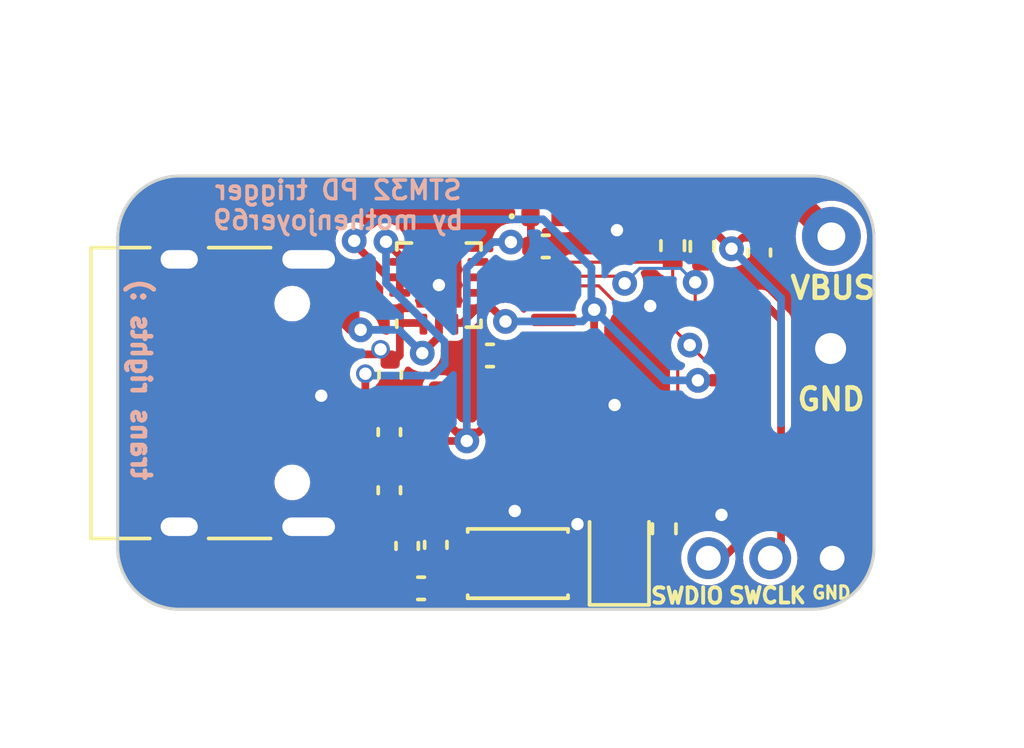
<source format=kicad_pcb>
(kicad_pcb (version 20221018) (generator pcbnew)
  (layers (0 "F.Cu" signal) (31 "B.Cu" signal) (34 "B.Paste" user) (35 "F.Paste" user) (36 "B.SilkS" user "B.Silkscreen") (37 "F.SilkS" user "F.Silkscreen") (38 "B.Mask" user) (39 "F.Mask" user) (44 "Edge.Cuts" user))
  (net 0 "")
  (net 1 "Net-(U2-NRST)")
  (net 2 "GND")
  (net 3 "Net-(D4-K)")
  (net 4 "+3V3")
  (net 5 "/BTN")
  (net 6 "/VBUS")
  (net 7 "Net-(J1-CC1)")
  (net 8 "Net-(J1-CC2)")
  (net 9 "/SWCLK")
  (net 10 "/INTN")
  (net 11 "/SDA")
  (net 12 "/SCL")
  (net 21 "/LED_PWR")
  (net 23 "Net-(D1-A)")
  (net 24 "/SWDIO")
  (footprint "Package_TO_SOT_SMD:SOT-23-5" (layer "F.Cu") (at 126 39.4125 -90)
    (fp_text reference "U3" hide)
    (fp_text value "NCP718" hide)
    (pad "1" smd roundrect (at -1.1375 -0.95 270) (size 1.325 0.6) (layers "F.Cu" "F.Paste" "F.Mask") (net 3 "Net-(D4-K)"))
    (pad "2" smd roundrect (at -1.1375 0 270) (size 1.325 0.6) (layers "F.Cu" "F.Paste" "F.Mask") (net 2 "GND"))
    (pad "3" smd roundrect (at -1.1375 0.95 270) (size 1.325 0.6) (layers "F.Cu" "F.Paste" "F.Mask") (net 3 "Net-(D4-K)"))
    (pad "4" smd roundrect (at 1.1375 0.95 270) (size 1.325 0.6) (layers "F.Cu" "F.Paste" "F.Mask"))
    (pad "5" smd roundrect (at 1.1375 -0.95 270) (size 1.325 0.6) (layers "F.Cu" "F.Paste" "F.Mask") (net 4 "+3V3"))
  )
  (footprint "Resistor_SMD:R_0402_1005Metric" (layer "F.Cu") (at 132.625 33.225 90)
    (fp_text reference "R3" hide)
    (fp_text value "2.2k" hide)
    (fp_line (start -0.153641 -0.38) (end 0.153641 -0.38) (stroke (width 0.12)) (layer "F.SilkS"))
    (fp_line (start -0.153641 0.38) (end 0.153641 0.38) (stroke (width 0.12)) (layer "F.SilkS"))
    (pad "1" smd roundrect (at -0.51 0 90) (size 0.54 0.64) (layers "F.Cu" "F.Paste" "F.Mask") (net 11 "/SDA"))
    (pad "2" smd roundrect (at 0.51 0 90) (size 0.54 0.64) (layers "F.Cu" "F.Paste" "F.Mask") (net 4 "+3V3"))
  )
  (footprint "Diode_SMD:D_0402_1005Metric" (layer "F.Cu") (at 128.5175 32.275)
    (fp_text reference "D4" hide)
    (fp_text value "D" hide)
    (fp_circle (center -1.09 0) (end -1.04 0) (stroke (width 0.1)) (fill none) (layer "F.SilkS"))
    (pad "1" smd roundrect (at -0.485 0) (size 0.59 0.64) (layers "F.Cu" "F.Paste" "F.Mask") (net 3 "Net-(D4-K)"))
    (pad "2" smd roundrect (at 0.485 0) (size 0.59 0.64) (layers "F.Cu" "F.Paste" "F.Mask") (net 6 "/VBUS"))
  )
  (footprint "Package_SO:TSSOP-20_4.4x6.5mm_P0.65mm" (layer "F.Cu") (at 131.65 37.9)
    (fp_text reference "U2" hide)
    (fp_text value "STM32F030F4Px" hide)
    (pad "1" smd roundrect (at -2.8625 -2.925) (size 1.475 0.4) (layers "F.Cu" "F.Paste" "F.Mask") (net 2 "GND"))
    (pad "2" smd roundrect (at -2.8625 -2.275) (size 1.475 0.4) (layers "F.Cu" "F.Paste" "F.Mask"))
    (pad "3" smd roundrect (at -2.8625 -1.625) (size 1.475 0.4) (layers "F.Cu" "F.Paste" "F.Mask"))
    (pad "4" smd roundrect (at -2.8625 -0.975) (size 1.475 0.4) (layers "F.Cu" "F.Paste" "F.Mask") (net 1 "Net-(U2-NRST)"))
    (pad "5" smd roundrect (at -2.8625 -0.325) (size 1.475 0.4) (layers "F.Cu" "F.Paste" "F.Mask") (net 4 "+3V3"))
    (pad "6" smd roundrect (at -2.8625 0.325) (size 1.475 0.4) (layers "F.Cu" "F.Paste" "F.Mask"))
    (pad "7" smd roundrect (at -2.8625 0.975) (size 1.475 0.4) (layers "F.Cu" "F.Paste" "F.Mask"))
    (pad "8" smd roundrect (at -2.8625 1.625) (size 1.475 0.4) (layers "F.Cu" "F.Paste" "F.Mask"))
    (pad "9" smd roundrect (at -2.8625 2.275) (size 1.475 0.4) (layers "F.Cu" "F.Paste" "F.Mask"))
    (pad "10" smd roundrect (at -2.8625 2.925) (size 1.475 0.4) (layers "F.Cu" "F.Paste" "F.Mask") (net 5 "/BTN"))
    (pad "11" smd roundrect (at 2.8625 2.925) (size 1.475 0.4) (layers "F.Cu" "F.Paste" "F.Mask") (net 21 "/LED_PWR"))
    (pad "12" smd roundrect (at 2.8625 2.275) (size 1.475 0.4) (layers "F.Cu" "F.Paste" "F.Mask"))
    (pad "13" smd roundrect (at 2.8625 1.625) (size 1.475 0.4) (layers "F.Cu" "F.Paste" "F.Mask") (net 10 "/INTN"))
    (pad "14" smd roundrect (at 2.8625 0.975) (size 1.475 0.4) (layers "F.Cu" "F.Paste" "F.Mask"))
    (pad "15" smd roundrect (at 2.8625 0.325) (size 1.475 0.4) (layers "F.Cu" "F.Paste" "F.Mask") (net 2 "GND"))
    (pad "16" smd roundrect (at 2.8625 -0.325) (size 1.475 0.4) (layers "F.Cu" "F.Paste" "F.Mask") (net 4 "+3V3"))
    (pad "17" smd roundrect (at 2.8625 -0.975) (size 1.475 0.4) (layers "F.Cu" "F.Paste" "F.Mask") (net 11 "/SDA"))
    (pad "18" smd roundrect (at 2.8625 -1.625) (size 1.475 0.4) (layers "F.Cu" "F.Paste" "F.Mask") (net 12 "/SCL"))
    (pad "19" smd roundrect (at 2.8625 -2.275) (size 1.475 0.4) (layers "F.Cu" "F.Paste" "F.Mask") (net 24 "/SWDIO"))
    (pad "20" smd roundrect (at 2.8625 -2.925) (size 1.475 0.4) (layers "F.Cu" "F.Paste" "F.Mask") (net 9 "/SWCLK"))
  )
  (footprint "Capacitor_SMD:C_0402_1005Metric" (layer "F.Cu") (at 123.5 37.4 -90)
    (fp_text reference "C7" hide)
    (fp_text value "100pF" hide)
    (fp_line (start -0.107836 -0.36) (end 0.107836 -0.36) (stroke (width 0.12)) (layer "F.SilkS"))
    (fp_line (start -0.107836 0.36) (end 0.107836 0.36) (stroke (width 0.12)) (layer "F.SilkS"))
    (pad "1" smd roundrect (at -0.48 0 270) (size 0.56 0.62) (layers "F.Cu" "F.Paste" "F.Mask") (net 7 "Net-(J1-CC1)"))
    (pad "2" smd roundrect (at 0.48 0 270) (size 0.56 0.62) (layers "F.Cu" "F.Paste" "F.Mask") (net 2 "GND"))
  )
  (footprint "Connector_PinHeader_2.54mm:PinHeader_1x01_P2.54mm_Vertical" (layer "F.Cu") (at 137.75 32.925)
    (fp_text reference "J3" hide)
    (fp_text value "VBUS" hide)
    (pad "1" thru_hole circle (at 0 0) (size 1.9 1.9) (drill 0.9) (layers "*.Cu" "*.Mask") (net 6 "/VBUS"))
  )
  (footprint "LED_SMD:LED_0805_2012Metric" (layer "F.Cu") (at 130.9 43.15 90)
    (fp_text reference "D1" hide)
    (fp_text value "LED" hide)
    (fp_line (start -1.685 -0.96) (end -1.685 0.96) (stroke (width 0.12)) (layer "F.SilkS"))
    (fp_line (start -1.685 0.96) (end 1 0.96) (stroke (width 0.12)) (layer "F.SilkS"))
    (fp_line (start 1 -0.96) (end -1.685 -0.96) (stroke (width 0.12)) (layer "F.SilkS"))
    (pad "1" smd roundrect (at -0.9375 0 90) (size 0.975 1.4) (layers "F.Cu" "F.Paste" "F.Mask") (net 2 "GND"))
    (pad "2" smd roundrect (at 0.9375 0 90) (size 0.975 1.4) (layers "F.Cu" "F.Paste" "F.Mask") (net 23 "Net-(D1-A)"))
  )
  (footprint "Resistor_SMD:R_0402_1005Metric" (layer "F.Cu") (at 132.35 42.375 90)
    (fp_text reference "R2" hide)
    (fp_text value "3k" hide)
    (fp_line (start -0.153641 -0.38) (end 0.153641 -0.38) (stroke (width 0.12)) (layer "F.SilkS"))
    (fp_line (start -0.153641 0.38) (end 0.153641 0.38) (stroke (width 0.12)) (layer "F.SilkS"))
    (pad "1" smd roundrect (at -0.51 0 90) (size 0.54 0.64) (layers "F.Cu" "F.Paste" "F.Mask") (net 23 "Net-(D1-A)"))
    (pad "2" smd roundrect (at 0.51 0 90) (size 0.54 0.64) (layers "F.Cu" "F.Paste" "F.Mask") (net 21 "/LED_PWR"))
  )
  (footprint "Connector_PinHeader_2.54mm:PinHeader_1x01_P2.54mm_Vertical" (layer "F.Cu") (at 137.725 36.55)
    (fp_text reference "J4" hide)
    (fp_text value "GND" hide)
    (pad "1" thru_hole rect (at 0 0) (size 1.7 1.7) (drill 1) (layers "*.Cu" "*.Mask") (net 2 "GND"))
  )
  (footprint "Package_DFN_QFN:WQFN-14-1EP_2.5x2.5mm_P0.5mm_EP1.45x1.45mm" (layer "F.Cu") (at 125.075 34.5 90)
    (fp_text reference "U1" hide)
    (fp_text value "FUSB302B01MPX" hide)
    (fp_line (start -1.36 1.36) (end -1.36 0.885) (stroke (width 0.12)) (layer "F.SilkS"))
    (fp_line (start -1.135 -1.36) (end -1.36 -1.36) (stroke (width 0.12)) (layer "F.SilkS"))
    (fp_line (start -1.135 1.36) (end -1.36 1.36) (stroke (width 0.12)) (layer "F.SilkS"))
    (fp_line (start 1.135 -1.36) (end 1.36 -1.36) (stroke (width 0.12)) (layer "F.SilkS"))
    (fp_line (start 1.135 1.36) (end 1.36 1.36) (stroke (width 0.12)) (layer "F.SilkS"))
    (fp_line (start 1.36 -1.36) (end 1.36 -0.885) (stroke (width 0.12)) (layer "F.SilkS"))
    (fp_line (start 1.36 1.36) (end 1.36 0.885) (stroke (width 0.12)) (layer "F.SilkS"))
    (pad "1" smd roundrect (at -1.2625 -0.5 90) (size 0.675 0.25) (layers "F.Cu" "F.Paste" "F.Mask") (net 7 "Net-(J1-CC1)"))
    (pad "2" smd roundrect (at -1.2625 0 90) (size 0.675 0.25) (layers "F.Cu" "F.Paste" "F.Mask") (net 6 "/VBUS"))
    (pad "3" smd roundrect (at -1.2625 0.5 90) (size 0.675 0.25) (layers "F.Cu" "F.Paste" "F.Mask") (net 4 "+3V3"))
    (pad "4" smd roundrect (at -0.75 1.2625 90) (size 0.25 0.675) (layers "F.Cu" "F.Paste" "F.Mask") (net 4 "+3V3"))
    (pad "5" smd roundrect (at -0.25 1.2625 90) (size 0.25 0.675) (layers "F.Cu" "F.Paste" "F.Mask") (net 10 "/INTN"))
    (pad "6" smd roundrect (at 0.25 1.2625 90) (size 0.25 0.675) (layers "F.Cu" "F.Paste" "F.Mask") (net 12 "/SCL"))
    (pad "7" smd roundrect (at 0.75 1.2625 90) (size 0.25 0.675) (layers "F.Cu" "F.Paste" "F.Mask") (net 11 "/SDA"))
    (pad "8" smd roundrect (at 1.2625 0.5 90) (size 0.675 0.25) (layers "F.Cu" "F.Paste" "F.Mask") (net 2 "GND"))
    (pad "9" smd roundrect (at 1.2625 0 90) (size 0.675 0.25) (layers "F.Cu" "F.Paste" "F.Mask") (net 2 "GND"))
    (pad "10" smd roundrect (at 1.2625 -0.5 90) (size 0.675 0.25) (layers "F.Cu" "F.Paste" "F.Mask") (net 8 "Net-(J1-CC2)"))
    (pad "11" smd roundrect (at 0.75 -1.2625 90) (size 0.25 0.675) (layers "F.Cu" "F.Paste" "F.Mask") (net 8 "Net-(J1-CC2)"))
    (pad "12" smd roundrect (at 0.25 -1.2625 90) (size 0.25 0.675) (layers "F.Cu" "F.Paste" "F.Mask") (net 4 "+3V3"))
    (pad "13" smd roundrect (at -0.25 -1.2625 90) (size 0.25 0.675) (layers "F.Cu" "F.Paste" "F.Mask") (net 4 "+3V3"))
    (pad "14" smd roundrect (at -0.75 -1.2625 90) (size 0.25 0.675) (layers "F.Cu" "F.Paste" "F.Mask") (net 7 "Net-(J1-CC1)"))
    (pad "15" smd rect (at 0 0 90) (size 1.45 1.45) (layers "F.Cu" "F.Mask") (net 2 "GND"))
  )
  (footprint "Capacitor_SMD:C_0402_1005Metric" (layer "F.Cu") (at 135.425 33.45 90)
    (fp_text reference "C10" hide)
    (fp_text value "100nF" hide)
    (fp_line (start -0.107836 -0.36) (end 0.107836 -0.36) (stroke (width 0.12)) (layer "F.SilkS"))
    (fp_line (start -0.107836 0.36) (end 0.107836 0.36) (stroke (width 0.12)) (layer "F.SilkS"))
    (pad "1" smd roundrect (at -0.48 0 90) (size 0.56 0.62) (layers "F.Cu" "F.Paste" "F.Mask") (net 2 "GND"))
    (pad "2" smd roundrect (at 0.48 0 90) (size 0.56 0.62) (layers "F.Cu" "F.Paste" "F.Mask") (net 4 "+3V3"))
  )
  (footprint "Connector_PinHeader_2.00mm:PinHeader_1x03_P2.00mm_Vertical" (layer "F.Cu") (at 137.775 43.325 -90)
    (fp_text reference "J2" hide)
    (fp_text value "Conn_01x02_Socket" hide)
    (pad "1" thru_hole rect (at 0 0 270) (size 1.35 1.35) (drill 0.8) (layers "*.Cu" "*.Mask") (net 2 "GND"))
    (pad "2" thru_hole oval (at 0 2 270) (size 1.35 1.35) (drill 0.8) (layers "*.Cu" "*.Mask") (net 9 "/SWCLK"))
    (pad "3" thru_hole oval (at 0 4 270) (size 1.35 1.35) (drill 0.8) (layers "*.Cu" "*.Mask") (net 24 "/SWDIO"))
  )
  (footprint "Button_Switch_SMD:SW_SPST_CK_KXT3" (layer "F.Cu") (at 127.625 43.5 180)
    (fp_text reference "SW1" hide)
    (fp_text value "SW_Push" hide)
    (fp_line (start -1.62 -1.12) (end -1.62 -1.02) (stroke (width 0.12)) (layer "F.SilkS"))
    (fp_line (start -1.62 -1.12) (end 1.62 -1.12) (stroke (width 0.12)) (layer "F.SilkS"))
    (fp_line (start -1.62 1.02) (end -1.62 1.12) (stroke (width 0.12)) (layer "F.SilkS"))
    (fp_line (start -1.62 1.12) (end 1.62 1.12) (stroke (width 0.12)) (layer "F.SilkS"))
    (fp_line (start 1.62 -1.12) (end 1.62 -1.02) (stroke (width 0.12)) (layer "F.SilkS"))
    (fp_line (start 1.62 1.02) (end 1.62 1.12) (stroke (width 0.12)) (layer "F.SilkS"))
    (pad "1" smd rect (at -1.625 0 180) (size 0.55 1.5) (layers "F.Cu" "F.Paste" "F.Mask") (net 2 "GND"))
    (pad "2" smd rect (at 1.625 0 180) (size 0.55 1.5) (layers "F.Cu" "F.Paste" "F.Mask") (net 5 "/BTN"))
  )
  (footprint "Capacitor_SMD:C_0402_1005Metric" (layer "F.Cu") (at 123.475 39.25 90)
    (fp_text reference "C8" hide)
    (fp_text value "100pF" hide)
    (fp_line (start -0.107836 -0.36) (end 0.107836 -0.36) (stroke (width 0.12)) (layer "F.SilkS"))
    (fp_line (start -0.107836 0.36) (end 0.107836 0.36) (stroke (width 0.12)) (layer "F.SilkS"))
    (pad "1" smd roundrect (at -0.48 0 90) (size 0.56 0.62) (layers "F.Cu" "F.Paste" "F.Mask") (net 8 "Net-(J1-CC2)"))
    (pad "2" smd roundrect (at 0.48 0 90) (size 0.56 0.62) (layers "F.Cu" "F.Paste" "F.Mask") (net 2 "GND"))
  )
  (footprint "Connector_USB:USB_C_Receptacle_HRO_TYPE-C-31-M-12" (layer "F.Cu") (at 117.738028 37.988862 -90)
    (fp_text reference "J1" hide)
    (fp_text value "USB_C_Receptacle_USB2.0" hide)
    (fp_line (start -4.7 -1.9) (end -4.7 0.1) (stroke (width 0.12)) (layer "F.SilkS"))
    (fp_line (start -4.7 2) (end -4.7 3.9) (stroke (width 0.12)) (layer "F.SilkS"))
    (fp_line (start -4.7 3.9) (end 4.7 3.9) (stroke (width 0.12)) (layer "F.SilkS"))
    (fp_line (start 4.7 -1.9) (end 4.7 0.1) (stroke (width 0.12)) (layer "F.SilkS"))
    (fp_line (start 4.7 2) (end 4.7 3.9) (stroke (width 0.12)) (layer "F.SilkS"))
    (pad "" np_thru_hole circle (at -2.89 -2.6 270) (size 0.65 0.65) (drill 0.65) (layers "*.Cu" "*.Mask"))
    (pad "" np_thru_hole circle (at 2.89 -2.6 270) (size 0.65 0.65) (drill 0.65) (layers "*.Cu" "*.Mask"))
    (pad "A1" smd rect (at -3.25 -4.045 270) (size 0.6 1.45) (layers "F.Cu" "F.Paste" "F.Mask") (net 2 "GND"))
    (pad "A4" smd rect (at -2.45 -4.045 90) (size 0.6 1.45) (layers "F.Cu" "F.Paste" "F.Mask") (net 6 "/VBUS"))
    (pad "A5" smd rect (at -1.25 -4.045 270) (size 0.3 1.45) (layers "F.Cu" "F.Paste" "F.Mask") (net 7 "Net-(J1-CC1)"))
    (pad "A9" smd rect (at 2.45 -4.045 270) (size 0.6 1.45) (layers "F.Cu" "F.Paste" "F.Mask") (net 6 "/VBUS"))
    (pad "A12" smd rect (at 3.25 -4.045 270) (size 0.6 1.45) (layers "F.Cu" "F.Paste" "F.Mask") (net 2 "GND"))
    (pad "B1" smd rect (at 3.25 -4.045 270) (size 0.6 1.45) (layers "F.Cu" "F.Paste" "F.Mask") (net 2 "GND"))
    (pad "B4" smd rect (at 2.45 -4.045 270) (size 0.6 1.45) (layers "F.Cu" "F.Paste" "F.Mask") (net 6 "/VBUS"))
    (pad "B5" smd rect (at 1.75 -4.045 270) (size 0.3 1.45) (layers "F.Cu" "F.Paste" "F.Mask") (net 8 "Net-(J1-CC2)"))
    (pad "B9" smd rect (at -2.45 -4.045 270) (size 0.6 1.45) (layers "F.Cu" "F.Paste" "F.Mask") (net 6 "/VBUS"))
    (pad "B12" smd rect (at -3.25 -4.045 270) (size 0.6 1.45) (layers "F.Cu" "F.Paste" "F.Mask") (net 2 "GND"))
    (pad "S1" thru_hole oval (at -4.32 -3.13 270) (size 1 2.1) (drill oval 0.6 1.7) (layers "*.Cu" "*.Mask") (net 2 "GND"))
    (pad "S1" thru_hole oval (at -4.32 1.05 270) (size 1 1.6) (drill oval 0.6 1.2) (layers "*.Cu" "*.Mask") (net 2 "GND"))
    (pad "S1" thru_hole oval (at 4.32 -3.13 270) (size 1 2.1) (drill oval 0.6 1.7) (layers "*.Cu" "*.Mask") (net 2 "GND"))
    (pad "S1" thru_hole oval (at 4.32 1.05 270) (size 1 1.6) (drill oval 0.6 1.2) (layers "*.Cu" "*.Mask") (net 2 "GND"))
  )
  (footprint "Capacitor_SMD:C_0402_1005Metric" (layer "F.Cu") (at 126.725 36.775 180)
    (fp_text reference "C1" hide)
    (fp_text value "100nF" hide)
    (fp_line (start -0.107836 -0.36) (end 0.107836 -0.36) (stroke (width 0.12)) (layer "F.SilkS"))
    (fp_line (start -0.107836 0.36) (end 0.107836 0.36) (stroke (width 0.12)) (layer "F.SilkS"))
    (pad "1" smd roundrect (at -0.48 0 180) (size 0.56 0.62) (layers "F.Cu" "F.Paste" "F.Mask") (net 1 "Net-(U2-NRST)"))
    (pad "2" smd roundrect (at 0.48 0 180) (size 0.56 0.62) (layers "F.Cu" "F.Paste" "F.Mask") (net 2 "GND"))
  )
  (footprint "Capacitor_SMD:C_0402_1005Metric" (layer "F.Cu") (at 124.05 42.93 -90)
    (fp_text reference "C5" hide)
    (fp_text value "1uF" hide)
    (fp_line (start -0.107836 -0.36) (end 0.107836 -0.36) (stroke (width 0.12)) (layer "F.SilkS"))
    (fp_line (start -0.107836 0.36) (end 0.107836 0.36) (stroke (width 0.12)) (layer "F.SilkS"))
    (pad "1" smd roundrect (at -0.48 0 270) (size 0.56 0.62) (layers "F.Cu" "F.Paste" "F.Mask") (net 4 "+3V3"))
    (pad "2" smd roundrect (at 0.48 0 270) (size 0.56 0.62) (layers "F.Cu" "F.Paste" "F.Mask") (net 2 "GND"))
  )
  (footprint "Capacitor_SMD:C_0402_1005Metric" (layer "F.Cu") (at 124.5 44.3 180)
    (fp_text reference "C6" hide)
    (fp_text value "100nF" hide)
    (fp_line (start -0.107836 -0.36) (end 0.107836 -0.36) (stroke (width 0.12)) (layer "F.SilkS"))
    (fp_line (start -0.107836 0.36) (end 0.107836 0.36) (stroke (width 0.12)) (layer "F.SilkS"))
    (pad "1" smd roundrect (at -0.48 0 180) (size 0.56 0.62) (layers "F.Cu" "F.Paste" "F.Mask") (net 5 "/BTN"))
    (pad "2" smd roundrect (at 0.48 0 180) (size 0.56 0.62) (layers "F.Cu" "F.Paste" "F.Mask") (net 2 "GND"))
  )
  (footprint "Capacitor_SMD:C_0402_1005Metric" (layer "F.Cu") (at 128.525 33.25)
    (fp_text reference "C2" hide)
    (fp_text value "1uF" hide)
    (fp_line (start -0.107836 -0.36) (end 0.107836 -0.36) (stroke (width 0.12)) (layer "F.SilkS"))
    (fp_line (start -0.107836 0.36) (end 0.107836 0.36) (stroke (width 0.12)) (layer "F.SilkS"))
    (pad "1" smd roundrect (at -0.48 0) (size 0.56 0.62) (layers "F.Cu" "F.Paste" "F.Mask") (net 3 "Net-(D4-K)"))
    (pad "2" smd roundrect (at 0.48 0) (size 0.56 0.62) (layers "F.Cu" "F.Paste" "F.Mask") (net 2 "GND"))
  )
  (footprint "Capacitor_SMD:C_0402_1005Metric" (layer "F.Cu") (at 123.475 41.13 -90)
    (fp_text reference "C3" hide)
    (fp_text value "470nF" hide)
    (fp_line (start -0.107836 -0.36) (end 0.107836 -0.36) (stroke (width 0.12)) (layer "F.SilkS"))
    (fp_line (start -0.107836 0.36) (end 0.107836 0.36) (stroke (width 0.12)) (layer "F.SilkS"))
    (pad "1" smd roundrect (at -0.48 0 270) (size 0.56 0.62) (layers "F.Cu" "F.Paste" "F.Mask") (net 3 "Net-(D4-K)"))
    (pad "2" smd roundrect (at 0.48 0 270) (size 0.56 0.62) (layers "F.Cu" "F.Paste" "F.Mask") (net 2 "GND"))
  )
  (footprint "Resistor_SMD:R_0402_1005Metric" (layer "F.Cu") (at 133.575 33.25 90)
    (fp_text reference "R1" hide)
    (fp_text value "2.2k" hide)
    (fp_line (start -0.153641 -0.38) (end 0.153641 -0.38) (stroke (width 0.12)) (layer "F.SilkS"))
    (fp_line (start -0.153641 0.38) (end 0.153641 0.38) (stroke (width 0.12)) (layer "F.SilkS"))
    (pad "1" smd roundrect (at -0.51 0 90) (size 0.54 0.64) (layers "F.Cu" "F.Paste" "F.Mask") (net 12 "/SCL"))
    (pad "2" smd roundrect (at 0.51 0 90) (size 0.54 0.64) (layers "F.Cu" "F.Paste" "F.Mask") (net 4 "+3V3"))
  )
  (footprint "Capacitor_SMD:C_0402_1005Metric" (layer "F.Cu") (at 124.975 42.895 -90)
    (fp_text reference "C9" hide)
    (fp_text value "100nF" hide)
    (fp_line (start -0.107836 -0.36) (end 0.107836 -0.36) (stroke (width 0.12)) (layer "F.SilkS"))
    (fp_line (start -0.107836 0.36) (end 0.107836 0.36) (stroke (width 0.12)) (layer "F.SilkS"))
    (pad "1" smd roundrect (at -0.48 0 270) (size 0.56 0.62) (layers "F.Cu" "F.Paste" "F.Mask") (net 4 "+3V3"))
    (pad "2" smd roundrect (at 0.48 0 270) (size 0.56 0.62) (layers "F.Cu" "F.Paste" "F.Mask") (net 2 "GND"))
  )
  (gr_line (start 116.7 30.975) (end 137.125 30.975) (stroke (width 0.1)) (layer "Edge.Cuts"))
  (gr_line (start 114.7 42.975) (end 114.7 32.975) (stroke (width 0.1)) (layer "Edge.Cuts"))
  (gr_line (start 139.125 32.975) (end 139.125 42.975) (stroke (width 0.1)) (layer "Edge.Cuts"))
  (gr_line (start 137.125 44.975) (end 116.7 44.975) (stroke (width 0.1)) (layer "Edge.Cuts"))
  (gr_arc (start 116.7 44.975) (mid 115.285786 44.389214) (end 114.7 42.975) (stroke (width 0.1)) (layer "Edge.Cuts"))
  (gr_arc (start 137.125 30.975) (mid 138.539214 31.560786) (end 139.125 32.975) (stroke (width 0.1)) (layer "Edge.Cuts"))
  (gr_arc (start 114.7 32.975) (mid 115.285786 31.560786) (end 116.7 30.975) (stroke (width 0.1)) (layer "Edge.Cuts"))
  (gr_arc (start 139.125 42.975) (mid 138.539214 44.389214) (end 137.125 44.975) (stroke (width 0.1)) (layer "Edge.Cuts"))
  (gr_text "STM32 PD trigger\nby mothenjoyer69" (at 121.825 32.75) (layer "B.SilkS") (effects (font (size 0.6 0.6) (thickness 0.12) bold) (justify bottom mirror)))
  (gr_text "trans rights :)" (at 115.1 40.88 -90) (layer "B.SilkS") (effects (font (size 0.6 0.6)) (justify left bottom mirror)))
  (gr_text "VBUS" (at 136.35 35) (layer "F.SilkS") (effects (font (size 0.7 0.7)) (justify left bottom)))
  (gr_text "GND" (at 136.575 38.6) (layer "F.SilkS") (effects (font (size 0.7 0.7)) (justify left bottom)))
  (gr_text "SWDIO" (at 131.86 44.835) (layer "F.SilkS") (effects (font (size 0.5 0.5) (thickness 0.125)) (justify left bottom)))
  (gr_text "GND" (at 137.075 44.675) (layer "F.SilkS") (effects (font (size 0.4 0.4) (thickness 0.1)) (justify left bottom)))
  (gr_text "SWCLK" (at 134.375 44.825) (layer "F.SilkS") (effects (font (size 0.5 0.5) (thickness 0.125)) (justify left bottom)))
  (segment (start 128.6375 36.775) (end 128.7875 36.925) (width 0.1) (layer "F.Cu") (net 1))
  (segment (start 127.205 36.775) (end 128.6375 36.775) (width 0.1) (layer "F.Cu") (net 1))
  (segment (start 125.575 34) (end 125.075 34.5) (width 0.25) (layer "F.Cu") (net 2))
  (segment (start 120.868028 42.308862) (end 120.868028 42.153862) (width 0.25) (layer "F.Cu") (net 2))
  (segment (start 126.159251 38.7) (end 125.890749 38.7) (width 0.25) (layer "F.Cu") (net 2))
  (segment (start 126.087 38.7) (end 126.025 38.762) (width 0.25) (layer "F.Cu") (net 2))
  (segment (start 126.159251 38.7) (end 126.087 38.7) (width 0.25) (layer "F.Cu") (net 2))
  (segment (start 120.868028 42.153862) (end 121.783028 41.238862) (width 0.25) (layer "F.Cu") (net 2))
  (via (at 131.9 35.175) (size 0.8) (drill 0.4) (layers "F.Cu" "B.Cu") (net 2))
  (via (at 134.2 41.925) (size 0.8) (drill 0.4) (layers "F.Cu" "B.Cu") (net 2))
  (via (at 121.275 38.075) (size 0.8) (drill 0.4) (layers "F.Cu" "B.Cu") (net 2))
  (via (at 129.55 42.225) (size 0.8) (drill 0.4) (layers "F.Cu" "B.Cu") (net 2))
  (via (at 127.525 41.8) (size 0.8) (drill 0.4) (layers "F.Cu" "B.Cu") (net 2))
  (via (at 130.825 32.725) (size 0.8) (drill 0.4) (layers "F.Cu" "B.Cu") (net 2))
  (via (at 130.75 38.375) (size 0.8) (drill 0.4) (layers "F.Cu" "B.Cu") (net 2))
  (via (at 125.075 34.5) (size 0.8) (drill 0.4) (layers "F.Cu" "B.Cu") (net 2))
  (segment (start 127.525 41.8) (end 129.125 41.8) (width 0.25) (layer "B.Cu") (net 2))
  (segment (start 129.125 41.8) (end 129.55 42.225) (width 0.25) (layer "B.Cu") (net 2))
  (segment (start 123.615749 40.65) (end 124.728749 39.537) (width 0.25) (layer "F.Cu") (net 3))
  (segment (start 128.045 33.25) (end 128.045 32.2875) (width 0.25) (layer "F.Cu") (net 3))
  (segment (start 125.975 39.2625) (end 125.975 39.537) (width 0.25) (layer "F.Cu") (net 3))
  (segment (start 128.045 32.2875) (end 128.0325 32.275) (width 0.25) (layer "F.Cu") (net 3))
  (segment (start 126.95 38.275) (end 126.95 38.659251) (width 0.25) (layer "F.Cu") (net 3))
  (segment (start 123.475 40.65) (end 123.615749 40.65) (width 0.25) (layer "F.Cu") (net 3))
  (segment (start 125.653249 39.2625) (end 125.05 38.659251) (width 0.25) (layer "F.Cu") (net 3))
  (segment (start 125.05 38.659251) (end 125.05 38.275) (width 0.25) (layer "F.Cu") (net 3))
  (segment (start 124.728749 39.537) (end 125.975 39.537) (width 0.25) (layer "F.Cu") (net 3))
  (segment (start 126.95 38.659251) (end 126.346751 39.2625) (width 0.25) (layer "F.Cu") (net 3))
  (segment (start 127.4 33.11) (end 127.905 33.11) (width 0.25) (layer "F.Cu") (net 3))
  (segment (start 126.346751 39.2625) (end 125.975 39.2625) (width 0.25) (layer "F.Cu") (net 3))
  (segment (start 125.975 39.2625) (end 125.653249 39.2625) (width 0.25) (layer "F.Cu") (net 3))
  (segment (start 127.905 33.11) (end 128.045 33.25) (width 0.25) (layer "F.Cu") (net 3))
  (via (at 125.975 39.537) (size 0.8) (drill 0.4) (layers "F.Cu" "B.Cu") (net 3))
  (via (at 127.4 33.11) (size 0.8) (drill 0.4) (layers "F.Cu" "B.Cu") (net 3))
  (segment (start 126.8155 33.1095) (end 127.3995 33.1095) (width 0.25) (layer "B.Cu") (net 3))
  (segment (start 126.8155 33.1095) (end 125.975 33.95) (width 0.25) (layer "B.Cu") (net 3))
  (segment (start 127.3995 33.1095) (end 127.4 33.11) (width 0.25) (layer "B.Cu") (net 3))
  (segment (start 125.975 33.95) (end 125.975 39.537) (width 0.25) (layer "B.Cu") (net 3))
  (segment (start 133.575 32.74) (end 133.94 32.74) (width 0.25) (layer "F.Cu") (net 4))
  (segment (start 122.339539 33.069096) (end 122.339539 33.162547) (width 0.25) (layer "F.Cu") (net 4))
  (segment (start 122.339539 33.162547) (end 123.426992 34.25) (width 0.25) (layer "F.Cu") (net 4))
  (segment (start 125.575 35.725) (end 125.825 35.725) (width 0.25) (layer "F.Cu") (net 4))
  (segment (start 133.55 32.715) (end 133.575 32.74) (width 0.25) (layer "F.Cu") (net 4))
  (segment (start 129.476041 37.575) (end 130.088646 36.962395) (width 0.25) (layer "F.Cu") (net 4))
  (segment (start 133.94 32.74) (end 134.525 33.325) (width 0.25) (layer "F.Cu") (net 4))
  (segment (start 128.098959 37.575) (end 128.7875 37.575) (width 0.25) (layer "F.Cu") (net 4))
  (segment (start 126.3375 35.25) (end 126.8 35.25) (width 0.25) (layer "F.Cu") (net 4))
  (segment (start 127.6 39.9) (end 127.6 38.038604) (width 0.3) (layer "F.Cu") (net 4))
  (segment (start 132.625 32.715) (end 133.55 32.715) (width 0.25) (layer "F.Cu") (net 4))
  (segment (start 127.575 39.925) (end 126.95 40.55) (width 0.25) (layer "F.Cu") (net 4))
  (segment (start 127.6 38.038604) (end 128.063604 37.575) (width 0.3) (layer "F.Cu") (net 4))
  (segment (start 124.007391 42.475) (end 125.025 42.475) (width 0.25) (layer "F.Cu") (net 4))
  (segment (start 134.525 33.325) (end 134.88 32.97) (width 0.25) (layer "F.Cu") (net 4))
  (segment (start 133.43843 37.579083) (end 133.442513 37.575) (width 0.25) (layer "F.Cu") (net 4))
  (segment (start 130.088646 36.962395) (end 130.088646 35.296076) (width 0.25) (layer "F.Cu") (net 4))
  (segment (start 134.88 32.97) (end 135.425 32.97) (width 0.25) (layer "F.Cu") (net 4))
  (segment (start 125.825 35.725) (end 126.3375 35.2125) (width 0.25) (layer "F.Cu") (net 4))
  (segment (start 123.426992 34.25) (end 123.8125 34.25) (width 0.25) (layer "F.Cu") (net 4))
  (segment (start 126.95 40.55) (end 127.6 39.9) (width 0.3) (layer "F.Cu") (net 4))
  (segment (start 128.205025 37.575) (end 128.7875 37.575) (width 0.1) (layer "F.Cu") (net 4))
  (segment (start 126.8 35.25) (end 127.225 35.675) (width 0.25) (layer "F.Cu") (net 4))
  (segment (start 125.025 42.475) (end 126.95 40.55) (width 0.25) (layer "F.Cu") (net 4))
  (segment (start 130.088646 35.296076) (end 130.088646 35.338951) (width 0.25) (layer "F.Cu") (net 4))
  (segment (start 133.442513 37.575) (end 134.5125 37.575) (width 0.25) (layer "F.Cu") (net 4))
  (segment (start 128.7875 37.575) (end 129.476041 37.575) (width 0.25) (layer "F.Cu") (net 4))
  (segment (start 123.8125 34.2125) (end 123.533058 34.2125) (width 0.1) (layer "F.Cu") (net 4))
  (segment (start 123.8125 34.75) (end 123.8125 34.25) (width 0.25) (layer "F.Cu") (net 4))
  (segment (start 128.063604 37.575) (end 128.7875 37.575) (width 0.3) (layer "F.Cu") (net 4))
  (via (at 134.525 33.325) (size 0.8) (drill 0.4) (layers "F.Cu" "B.Cu") (net 4))
  (via (at 122.339539 33.069096) (size 0.8) (drill 0.4) (layers "F.Cu" "B.Cu") (net 4))
  (via (at 133.43843 37.579083) (size 0.8) (drill 0.4) (layers "F.Cu" "B.Cu") (net 4))
  (via (at 130.088646 35.296076) (size 0.8) (drill 0.4) (layers "F.Cu" "B.Cu") (net 4))
  (via (at 127.225 35.675) (size 0.8) (drill 0.4) (layers "F.Cu" "B.Cu") (net 4))
  (segment (start 123.033635 32.375) (end 128.441116 32.375) (width 0.25) (layer "B.Cu") (net 4))
  (segment (start 122.339539 33.069096) (end 123.033635 32.375) (width 0.25) (layer "B.Cu") (net 4))
  (segment (start 128.441116 32.375) (end 130 33.933884) (width 0.25) (layer "B.Cu") (net 4))
  (segment (start 136.125 38.975) (end 136.125 34.925) (width 0.25) (layer "B.Cu") (net 4))
  (segment (start 130 35.20743) (end 130.088646 35.296076) (width 0.25) (layer "B.Cu") (net 4))
  (segment (start 132.371653 37.579083) (end 130.088646 35.296076) (width 0.25) (layer "B.Cu") (net 4))
  (segment (start 127.225 35.675) (end 129.709722 35.675) (width 0.25) (layer "B.Cu") (net 4))
  (segment (start 136.125 34.925) (end 134.525 33.325) (width 0.25) (layer "B.Cu") (net 4))
  (segment (start 129.709722 35.675) (end 130.088646 35.296076) (width 0.25) (layer "B.Cu") (net 4))
  (segment (start 133.43843 37.579083) (end 132.371653 37.579083) (width 0.25) (layer "B.Cu") (net 4))
  (segment (start 130 33.933884) (end 130 35.20743) (width 0.25) (layer "B.Cu") (net 4))
  (segment (start 127.8 43.5) (end 126 43.5) (width 0.25) (layer "F.Cu") (net 5))
  (segment (start 128.65 42.65) (end 127.8 43.5) (width 0.25) (layer "F.Cu") (net 5))
  (segment (start 128.65 40.9625) (end 128.65 42.65) (width 0.25) (layer "F.Cu") (net 5))
  (segment (start 125.87 43.37) (end 126 43.5) (width 0.25) (layer "F.Cu") (net 5))
  (segment (start 128.7875 40.825) (end 128.65 40.9625) (width 0.25) (layer "F.Cu") (net 5))
  (segment (start 126 43.5) (end 125.2 44.3) (width 0.25) (layer "F.Cu") (net 5))
  (segment (start 125.2 44.3) (end 124.98 44.3) (width 0.25) (layer "F.Cu") (net 5))
  (segment (start 119.123862 36.073862) (end 119.98305 36.073862) (width 0.8) (layer "F.Cu") (net 6))
  (segment (start 136.25 31.425) (end 137.75 32.925) (width 0.8) (layer "F.Cu") (net 6))
  (segment (start 125.075 36.161218) (end 125.075 35.7625) (width 0.25) (layer "F.Cu") (net 6))
  (segment (start 129.0025 31.5025) (end 128.925 31.425) (width 0.25) (layer "F.Cu") (net 6))
  (segment (start 119.025 35.975) (end 119.025 33.406255) (width 0.8) (layer "F.Cu") (net 6))
  (segment (start 121.783028 35.538862) (end 121.783028 35.541972) (width 0.4) (layer "F.Cu") (net 6))
  (segment (start 120 39.444818) (end 120.994044 40.438862) (width 0.4) (layer "F.Cu") (net 6))
  (segment (start 120.994044 40.438862) (end 121.783028 40.438862) (width 0.4) (layer "F.Cu") (net 6))
  (segment (start 121.248028 36.073862) (end 119.98305 36.073862) (width 0.8) (layer "F.Cu") (net 6))
  (segment (start 120 39.444818) (end 120.458028 39.902846) (width 0.8) (layer "F.Cu") (net 6))
  (segment (start 122.190536 35.94637) (end 121.783028 35.538862) (width 0.25) (layer "F.Cu") (net 6))
  (segment (start 129.0025 32.275) (end 129.0025 31.5025) (width 0.25) (layer "F.Cu") (net 6))
  (segment (start 124.537 36.699218) (end 125.075 36.161218) (width 0.25) (layer "F.Cu") (net 6))
  (segment (start 119.025 35.975) (end 119.025 38.469818) (width 0.8) (layer "F.Cu") (net 6))
  (segment (start 122.547605 35.94637) (end 122.190536 35.94637) (width 0.25) (layer "F.Cu") (net 6))
  (segment (start 121.006255 31.425) (end 128.925 31.425) (width 0.8) (layer "F.Cu") (net 6))
  (segment (start 121.783028 35.538862) (end 121.248028 36.073862) (width 0.5) (layer "F.Cu") (net 6))
  (segment (start 119.025 35.975) (end 119.123862 36.073862) (width 0.8) (layer "F.Cu") (net 6))
  (segment (start 128.925 31.425) (end 136.25 31.425) (width 0.8) (layer "F.Cu") (net 6))
  (segment (start 119.025 33.406255) (end 121.006255 31.425) (width 0.8) (layer "F.Cu") (net 6))
  (segment (start 121.436138 35.538862) (end 121.783028 35.538862) (width 0.4) (layer "F.Cu") (net 6))
  (segment (start 119.025 38.469818) (end 120 39.444818) (width 0.8) (layer "F.Cu") (net 6))
  (via (at 122.547605 35.94637) (size 0.8) (drill 0.4) (layers "F.Cu" "B.Cu") (net 6))
  (via (at 124.537 36.699218) (size 0.8) (drill 0.4) (layers "F.Cu" "B.Cu") (net 6))
  (segment (start 123.784152 35.94637) (end 122.547605 35.94637) (width 0.25) (layer "B.Cu") (net 6))
  (segment (start 124.537 36.699218) (end 123.784152 35.94637) (width 0.25) (layer "B.Cu") (net 6))
  (segment (start 121.783028 36.738862) (end 123.19 36.738862) (width 0.25) (layer "F.Cu") (net 7))
  (segment (start 123.8125 35.725) (end 124.575 35.725) (width 0.25) (layer "F.Cu") (net 7))
  (segment (start 123.8125 36.7715) (end 123.698 36.886) (width 0.25) (layer "F.Cu") (net 7))
  (segment (start 123.8125 35.2125) (end 123.8125 35.725) (width 0.25) (layer "F.Cu") (net 7))
  (segment (start 123.550862 36.738862) (end 123.698 36.886) (width 0.25) (layer "F.Cu") (net 7))
  (segment (start 123.19 36.738862) (end 123.19 36.576) (width 0.25) (layer "F.Cu") (net 7))
  (segment (start 123.19 36.738862) (end 123.550862 36.738862) (width 0.25) (layer "F.Cu") (net 7))
  (segment (start 123.8125 35.2125) (end 123.8125 36.7715) (width 0.25) (layer "F.Cu") (net 7))
  (via (at 123.19 36.576) (size 0.6) (drill 0.4) (layers "F.Cu" "B.Cu") (net 7))
  (segment (start 123.19 39.738862) (end 123.555138 39.738862) (width 0.25) (layer "F.Cu") (net 8))
  (segment (start 122.7 37.363362) (end 122.7 39.248862) (width 0.25) (layer "F.Cu") (net 8))
  (segment (start 123.366613 33.0995) (end 123.467113 33.2) (width 0.25) (layer "F.Cu") (net 8))
  (segment (start 123.8125 33.75) (end 123.8125 33.545387) (width 0.25) (layer "F.Cu") (net 8))
  (segment (start 123.555138 39.738862) (end 123.698 39.596) (width 0.25) (layer "F.Cu") (net 8))
  (segment (start 123.467113 33.2) (end 124.575 33.2) (width 0.25) (layer "F.Cu") (net 8))
  (segment (start 122.7 39.248862) (end 123.19 39.738862) (width 0.25) (layer "F.Cu") (net 8))
  (segment (start 123.8125 33.545387) (end 123.366613 33.0995) (width 0.25) (layer "F.Cu") (net 8))
  (segment (start 121.783028 39.738862) (end 123.19 39.738862) (width 0.25) (layer "F.Cu") (net 8))
  (via (at 123.366613 33.0995) (size 0.8) (drill 0.4) (layers "F.Cu" "B.Cu") (net 8))
  (via (at 122.7 37.363362) (size 0.6) (drill 0.4) (layers "F.Cu" "B.Cu") (net 8))
  (segment (start 125.262 37.062805) (end 124.900305 37.4245) (width 0.25) (layer "B.Cu") (net 8))
  (segment (start 123.366613 33.0995) (end 123.366613 34.440808) (width 0.25) (layer "B.Cu") (net 8))
  (segment (start 122.761138 37.4245) (end 122.7 37.363362) (width 0.25) (layer "B.Cu") (net 8))
  (segment (start 125.262 36.336195) (end 125.262 37.062805) (width 0.25) (layer "B.Cu") (net 8))
  (segment (start 124.900305 37.4245) (end 122.761138 37.4245) (width 0.25) (layer "B.Cu") (net 8))
  (segment (start 123.366613 34.440808) (end 125.262 36.336195) (width 0.25) (layer "B.Cu") (net 8))
  (segment (start 136.125 35.625) (end 136.125 42.975) (width 0.25) (layer "F.Cu") (net 9))
  (segment (start 135.475 34.975) (end 136.125 35.625) (width 0.25) (layer "F.Cu") (net 9))
  (segment (start 136.125 42.975) (end 135.775 43.325) (width 0.25) (layer "F.Cu") (net 9))
  (segment (start 134.5125 34.975) (end 135.475 34.975) (width 0.25) (layer "F.Cu") (net 9))
  (segment (start 126.804442 34.525) (end 130.235782 34.525) (width 0.1) (layer "F.Cu") (net 10))
  (segment (start 126.3375 34.7125) (end 126.616942 34.7125) (width 0.1) (layer "F.Cu") (net 10))
  (segment (start 132.78843 38.383405) (end 133.930025 39.525) (width 0.1) (layer "F.Cu") (net 10))
  (segment (start 132.78843 37.077648) (end 132.78843 38.383405) (width 0.1) (layer "F.Cu") (net 10))
  (segment (start 130.235782 34.525) (end 132.78843 37.077648) (width 0.1) (layer "F.Cu") (net 10))
  (segment (start 126.616942 34.7125) (end 126.804442 34.525) (width 0.1) (layer "F.Cu") (net 10))
  (segment (start 133.930025 39.525) (end 134.5125 39.525) (width 0.1) (layer "F.Cu") (net 10))
  (segment (start 132.625 35.888508) (end 133.175109 36.438617) (width 0.1) (layer "F.Cu") (net 11))
  (segment (start 132.6005 33.7595) (end 126.347 33.7595) (width 0.1) (layer "F.Cu") (net 11))
  (segment (start 132.625 33.735) (end 132.6005 33.7595) (width 0.1) (layer "F.Cu") (net 11))
  (segment (start 133.661492 36.925) (end 134.5125 36.925) (width 0.1) (layer "F.Cu") (net 11))
  (segment (start 126.347 33.7595) (end 126.3375 33.75) (width 0.1) (layer "F.Cu") (net 11))
  (segment (start 132.625 33.735) (end 132.625 35.888508) (width 0.1) (layer "F.Cu") (net 11))
  (segment (start 133.175109 36.438617) (end 133.661492 36.925) (width 0.1) (layer "F.Cu") (net 11))
  (via (at 133.175109 36.438617) (size 0.8) (drill 0.4) (layers "F.Cu" "B.Cu") (net 11))
  (segment (start 133.352187 35.697162) (end 133.930025 36.275) (width 0.1) (layer "F.Cu") (net 12))
  (segment (start 133.930025 36.275) (end 134.5125 36.275) (width 0.1) (layer "F.Cu") (net 12))
  (segment (start 133.352187 34.410277) (end 133.352187 33.982813) (width 0.1) (layer "F.Cu") (net 12))
  (segment (start 131.073877 34.444563) (end 130.841814 34.2125) (width 0.1) (layer "F.Cu") (net 12))
  (segment (start 130.841814 34.2125) (end 126.3375 34.2125) (width 0.1) (layer "F.Cu") (net 12))
  (segment (start 133.352187 34.410277) (end 133.352187 35.697162) (width 0.1) (layer "F.Cu") (net 12))
  (segment (start 133.352187 33.982813) (end 133.575 33.76) (width 0.1) (layer "F.Cu") (net 12))
  (via (at 131.073877 34.444563) (size 0.8) (drill 0.4) (layers "F.Cu" "B.Cu") (net 12))
  (via (at 133.352187 34.410277) (size 0.8) (drill 0.4) (layers "F.Cu" "B.Cu") (net 12))
  (segment (start 131.55844 33.96) (end 132.884128 33.96) (width 0.1) (layer "B.Cu") (net 12))
  (segment (start 131.073877 34.444563) (end 131.55844 33.96) (width 0.1) (layer "B.Cu") (net 12))
  (segment (start 133.343899 34.418565) (end 133.352187 34.410277) (width 0.1) (layer "B.Cu") (net 12))
  (segment (start 132.884128 33.96) (end 133.343899 34.419771) (width 0.1) (layer "B.Cu") (net 12))
  (segment (start 133.343899 34.419771) (end 133.343899 34.418565) (width 0.1) (layer "B.Cu") (net 12))
  (segment (start 133.39 40.825) (end 134.5125 40.825) (width 0.25) (layer "F.Cu") (net 21))
  (segment (start 132.35 41.865) (end 133.39 40.825) (width 0.25) (layer "F.Cu") (net 21))
  (segment (start 131.6775 42.2125) (end 132.35 42.885) (width 0.25) (layer "F.Cu") (net 23))
  (segment (start 130.9 42.2125) (end 131.6775 42.2125) (width 0.25) (layer "F.Cu") (net 23))
  (segment (start 135.675 35.925) (end 135.675 41.9) (width 0.25) (layer "F.Cu") (net 24))
  (segment (start 135.375 35.625) (end 135.675 35.925) (width 0.25) (layer "F.Cu") (net 24))
  (segment (start 134.5125 35.625) (end 135.375 35.625) (width 0.25) (layer "F.Cu") (net 24))
  (segment (start 135.675 41.9) (end 134.25 43.325) (width 0.25) (layer "F.Cu") (net 24))
  (segment (start 134.25 43.325) (end 133.775 43.325) (width 0.25) (layer "F.Cu") (net 24))
  (zone (net 2) (net_name "GND") (layers "F&B.Cu") (priority 1) (connect_pads yes (clearance 0.2)) (min_thickness 0.2) (fill yes (thermal_gap 0.5) (thermal_bridge_width 0.5))
    (polygon (pts (xy 111.559965 25.696503) (xy 110.899965 49.486503) (xy 143.979965 49.156503) (xy 142.949965 25.286503) (xy 115.739965 25.876503)))
  )
)
</source>
